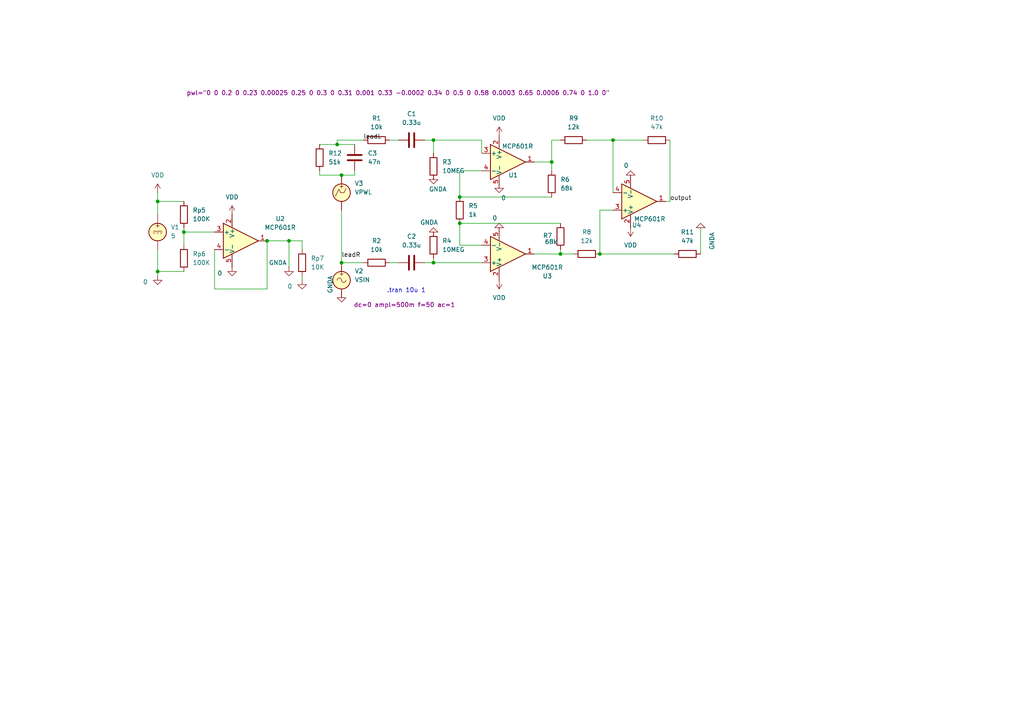
<source format=kicad_sch>
(kicad_sch (version 20250114) (generator "eeschema") (generator_version "9.0")
  (paper "A4")
  (lib_symbols
    (symbol "Amplifier_Operational:MCP601R" (pin_names (offset 0.127))
      (property "Reference" "U" (at 0 5.08 0))
      (property "Value" "MCP601R" (at 0 -5.08 0))
      (symbol "MCP601R_0_1"
        (polyline (pts (xy -5.08 5.08) (xy 5.08 0) (xy -5.08 -5.08) (xy -5.08 5.08)) (stroke (width 0.254)) (fill (type background)))
      )
      (symbol "MCP601R_1_1"
        (pin input line (at -7.62 2.54 0) (length 2.54) (name "+") (number "3"))
        (pin input line (at -7.62 -2.54 0) (length 2.54) (name "-") (number "4"))
        (pin power_in line (at -2.54 7.62 270) (length 3.81) (name "V+") (number "2"))
        (pin power_in line (at -2.54 -7.62 90) (length 3.81) (name "V-") (number "5"))
        (pin output line (at 7.62 0 180) (length 2.54) (name "~") (number "1"))
      )
    )
    (symbol "Device:C" (pin_numbers (hide yes)) (pin_names (offset 0.254))
      (property "Reference" "C" (at 0.635 2.54 0))
      (property "Value" "C" (at 0.635 -2.54 0))
      (symbol "C_0_1"
        (polyline (pts (xy -2.032 0.762) (xy 2.032 0.762)) (stroke (width 0.508)))
        (polyline (pts (xy -2.032 -0.762) (xy 2.032 -0.762)) (stroke (width 0.508)))
      )
      (symbol "C_1_1"
        (pin passive line (at 0 3.81 270) (length 2.794) (name "~") (number "1"))
        (pin passive line (at 0 -3.81 90) (length 2.794) (name "~") (number "2"))
      )
    )
    (symbol "Device:R" (pin_numbers (hide yes)) (pin_names (offset 0))
      (property "Reference" "R" (at 2.032 0 90))
      (property "Value" "R" (at 0 0 90))
      (symbol "R_0_1"
        (rectangle (start -1.016 -2.54) (end 1.016 2.54) (stroke (width 0.254)))
      )
      (symbol "R_1_1"
        (pin passive line (at 0 3.81 270) (length 1.27) (name "~") (number "1"))
        (pin passive line (at 0 -3.81 90) (length 1.27) (name "~") (number "2"))
      )
    )
    (symbol "Simulation_SPICE:0" (power) (pin_numbers (hide yes)) (pin_names (offset 0) (hide yes))
      (property "Value" "0" (at 0 -2.54 0))
      (symbol "0_0_1"
        (polyline (pts (xy -1.27 0) (xy 0 -1.27) (xy 1.27 0) (xy -1.27 0)))
      )
      (symbol "0_1_1"
        (pin power_in line (at 0 0 0) (length 0) (name "~") (number "1"))
      )
    )
    (symbol "Simulation_SPICE:VDC" (pin_numbers (hide yes)) (pin_names (offset 0.0254))
      (property "Reference" "V" (at 2.54 2.54 0))
      (property "Value" "1" (at 2.54 0 0))
      (symbol "VDC_0_0"
        (polyline (pts (xy -1.27 0.254) (xy 1.27 0.254)))
        (polyline (pts (xy -0.762 -0.254) (xy -1.27 -0.254)))
        (polyline (pts (xy 0.254 -0.254) (xy -0.254 -0.254)))
        (polyline (pts (xy 1.27 -0.254) (xy 0.762 -0.254)))
        (text "+" (at 0 1.905 0) (effects (font (size 1.27 1.27))))
      )
      (symbol "VDC_0_1"
        (circle (center 0 0) (radius 2.54) (stroke (width 0.254)) (fill (type background)))
      )
      (symbol "VDC_1_1"
        (pin passive line (at 0 5.08 270) (length 2.54) (name "~") (number "1"))
        (pin passive line (at 0 -5.08 90) (length 2.54) (name "~") (number "2"))
      )
    )
    (symbol "Simulation_SPICE:VPWL" (pin_numbers (hide yes)) (pin_names (offset 0.0254))
      (property "Reference" "V" (at 2.54 2.54 0))
      (property "Value" "VPWL" (at 2.54 0 0))
      (property "Sim.Params" "pwl=\"0 -1 50n -1 51n 0 97n 1 171n -1 200n -1\"" (at 2.54 -2.54 0))
      (symbol "VPWL_0_0"
        (polyline (pts (xy -1.778 -1.016) (xy -0.762 1.016) (xy -0.254 0) (xy 0.762 0) (xy 1.27 1.27)))
        (text "+" (at 0 1.905 0) (effects (font (size 1.27 1.27))))
      )
      (symbol "VPWL_0_1"
        (circle (center 0 0) (radius 2.54) (stroke (width 0.254)) (fill (type background)))
      )
      (symbol "VPWL_1_1"
        (pin passive line (at 0 5.08 270) (length 2.54) (name "~") (number "1"))
        (pin passive line (at 0 -5.08 90) (length 2.54) (name "~") (number "2"))
      )
    )
    (symbol "Simulation_SPICE:VSIN" (pin_numbers (hide yes)) (pin_names (offset 0.0254))
      (property "Reference" "V" (at 2.54 2.54 0))
      (property "Value" "VSIN" (at 2.54 0 0))
      (property "Sim.Params" "dc=0 ampl=1 f=1k ac=1" (at 2.54 -2.54 0))
      (symbol "VSIN_0_0"
        (arc (start -1.27 0) (mid -0.635 0.6323) (end 0 0))
        (arc (start 1.27 0) (mid 0.635 -0.6323) (end 0 0))
        (text "+" (at 0 1.905 0) (effects (font (size 1.27 1.27))))
      )
      (symbol "VSIN_0_1"
        (circle (center 0 0) (radius 2.54) (stroke (width 0.254)) (fill (type background)))
      )
      (symbol "VSIN_1_1"
        (pin passive line (at 0 5.08 270) (length 2.54) (name "~") (number "1"))
        (pin passive line (at 0 -5.08 90) (length 2.54) (name "~") (number "2"))
      )
    )
    (symbol "power:GND" (power) (pin_numbers (hide yes)) (pin_names (offset 0) (hide yes))
      (property "Value" "GND" (at 0 -3.81 0))
      (symbol "GND_0_1"
        (polyline (pts (xy 0 0) (xy 0 -1.27) (xy 1.27 -1.27) (xy 0 -2.54) (xy -1.27 -1.27) (xy 0 -1.27)))
      )
      (symbol "GND_1_1"
        (pin power_in line (at 0 0 270) (length 0) (name "~") (number "1"))
      )
    )
    (symbol "power:VDD" (power) (pin_numbers (hide yes)) (pin_names (offset 0) (hide yes))
      (property "Value" "VDD" (at 0 3.556 0))
      (symbol "VDD_0_1"
        (polyline (pts (xy -0.762 1.27) (xy 0 2.54)))
        (polyline (pts (xy 0 2.54) (xy 0.762 1.27)))
        (polyline (pts (xy 0 0) (xy 0 2.54)))
      )
      (symbol "VDD_1_1"
        (pin power_in line (at 0 0 90) (length 0) (name "~") (number "1"))
      )
    )
  )
  (text ".tran 10u 1\n" (at 117.856 84.328 0) (effects (font (size 1.27 1.27))))
  (junction (at 177.8 40.64))
  (junction (at 97.79 41.91))
  (junction (at 133.35 57.15))
  (junction (at 53.34 67.31))
  (junction (at 173.99 73.66))
  (junction (at 160.02 46.99))
  (junction (at 99.06 50.8))
  (junction (at 125.73 76.2))
  (junction (at 45.72 58.42))
  (junction (at 77.47 69.85))
  (junction (at 45.72 78.74))
  (junction (at 83.82 69.85))
  (junction (at 99.06 76.2))
  (junction (at 133.35 64.77))
  (junction (at 162.56 73.66))
  (junction (at 125.73 40.64))
  (wire (pts (xy 92.71 41.91) (xy 97.79 41.91)))
  (wire (pts (xy 154.94 46.99) (xy 160.02 46.99)))
  (wire (pts (xy 53.34 67.31) (xy 62.23 67.31)))
  (wire (pts (xy 125.73 40.64) (xy 125.73 44.45)))
  (wire (pts (xy 173.99 73.66) (xy 173.99 60.96)))
  (wire (pts (xy 139.7 40.64) (xy 139.7 44.45)))
  (wire (pts (xy 45.72 78.74) (xy 45.72 72.39)))
  (wire (pts (xy 99.06 76.2) (xy 105.41 76.2)))
  (wire (pts (xy 173.99 60.96) (xy 177.8 60.96)))
  (wire (pts (xy 133.35 71.12) (xy 133.35 64.77)))
  (wire (pts (xy 45.72 80.01) (xy 45.72 78.74)))
  (wire (pts (xy 45.72 58.42) (xy 45.72 62.23)))
  (wire (pts (xy 133.35 49.53) (xy 133.35 57.15)))
  (wire (pts (xy 177.8 40.64) (xy 177.8 55.88)))
  (wire (pts (xy 160.02 40.64) (xy 160.02 46.99)))
  (wire (pts (xy 193.04 58.42) (xy 194.31 58.42)))
  (wire (pts (xy 170.18 40.64) (xy 177.8 40.64)))
  (wire (pts (xy 195.58 73.66) (xy 173.99 73.66)))
  (wire (pts (xy 87.63 80.01) (xy 87.63 81.28)))
  (wire (pts (xy 53.34 66.04) (xy 53.34 67.31)))
  (wire (pts (xy 113.03 76.2) (xy 115.57 76.2)))
  (wire (pts (xy 139.7 49.53) (xy 133.35 49.53)))
  (wire (pts (xy 113.03 40.64) (xy 115.57 40.64)))
  (wire (pts (xy 133.35 57.15) (xy 160.02 57.15)))
  (wire (pts (xy 203.2 66.04) (xy 203.2 73.66)))
  (wire (pts (xy 53.34 67.31) (xy 53.34 71.12)))
  (wire (pts (xy 62.23 72.39) (xy 62.23 83.82)))
  (wire (pts (xy 45.72 58.42) (xy 45.72 55.88)))
  (wire (pts (xy 77.47 69.85) (xy 83.82 69.85)))
  (wire (pts (xy 53.34 58.42) (xy 45.72 58.42)))
  (wire (pts (xy 123.19 76.2) (xy 125.73 76.2)))
  (wire (pts (xy 194.31 40.64) (xy 194.31 58.42)))
  (wire (pts (xy 125.73 40.64) (xy 139.7 40.64)))
  (wire (pts (xy 139.7 71.12) (xy 133.35 71.12)))
  (wire (pts (xy 99.06 50.8) (xy 92.71 50.8)))
  (wire (pts (xy 87.63 69.85) (xy 87.63 72.39)))
  (wire (pts (xy 123.19 40.64) (xy 125.73 40.64)))
  (wire (pts (xy 133.35 64.77) (xy 162.56 64.77)))
  (wire (pts (xy 125.73 76.2) (xy 139.7 76.2)))
  (wire (pts (xy 99.06 60.96) (xy 99.06 76.2)))
  (wire (pts (xy 102.87 50.8) (xy 99.06 50.8)))
  (wire (pts (xy 62.23 83.82) (xy 77.47 83.82)))
  (wire (pts (xy 125.73 74.93) (xy 125.73 76.2)))
  (wire (pts (xy 186.69 40.64) (xy 177.8 40.64)))
  (wire (pts (xy 92.71 50.8) (xy 92.71 49.53)))
  (wire (pts (xy 53.34 78.74) (xy 45.72 78.74)))
  (wire (pts (xy 83.82 69.85) (xy 83.82 77.47)))
  (wire (pts (xy 83.82 69.85) (xy 87.63 69.85)))
  (wire (pts (xy 77.47 69.85) (xy 77.47 83.82)))
  (wire (pts (xy 102.87 50.8) (xy 102.87 49.53)))
  (wire (pts (xy 162.56 72.39) (xy 162.56 73.66)))
  (wire (pts (xy 162.56 73.66) (xy 166.37 73.66)))
  (wire (pts (xy 97.79 41.91) (xy 102.87 41.91)))
  (wire (pts (xy 97.79 40.64) (xy 105.41 40.64)))
  (wire (pts (xy 154.94 73.66) (xy 162.56 73.66)))
  (wire (pts (xy 162.56 40.64) (xy 160.02 40.64)))
  (wire (pts (xy 97.79 41.91) (xy 97.79 40.64)))
  (wire (pts (xy 160.02 46.99) (xy 160.02 49.53)))
  (label "leadL" (at 105.41 40.64 0))
  (label "leadR" (at 99.06 74.93 0))
  (label "output" (at 194.31 58.42 0))
  (symbol (lib_id "Amplifier_Operational:MCP601R") (at 185.42 58.42 0) (mirror x) (unit 1)
    (property "Reference" "U4" (at 184.658 65.278 0))
    (property "Value" "MCP601R" (at 188.468 63.5 0))
    (property "Footprint" "Package_TO_SOT_SMD:SOT-23-5" (effects (hide yes)))
    (property "Datasheet" "https://ww1.microchip.com/downloads/en/DeviceDoc/21314g.pdf" (effects (hide yes)))
    (property "Description" "Single 2.7V to 6.0V Single Supply CMOS Op Amps, SOT-23-5" (effects (hide yes)))
    (property "Sim.Library" "/home/pepika/work/faks/medicinska_elektronika/vezba1/MCP601_opamp.txt" (effects (hide yes)))
    (property "Sim.Name" "MCP601" (effects (hide yes)))
    (property "Sim.Device" "SUBCKT" (effects (hide yes)))
    (property "Sim.Pins" "1=5 2=3 3=1 4=2 5=4" (effects (hide yes)))
  )
  (symbol (lib_id "power:GND") (at 87.63 81.28 0) (unit 1)
    (property "Reference" "#PWR07" (effects (hide yes)))
    (property "Value" "0" (at 84.074 83.058 0))
    (property "Description" "Power symbol creates a global label with name \"GND\" , ground" (effects (hide yes)))
  )
  (symbol (lib_id "Device:C") (at 119.38 76.2 90) (unit 1)
    (property "Reference" "C2" (at 119.38 68.58 90))
    (property "Value" "0.33u" (at 119.38 71.12 90))
    (property "Description" "Unpolarized capacitor" (effects (hide yes)))
  )
  (symbol (lib_id "Device:C") (at 119.38 40.64 90) (unit 1)
    (property "Reference" "C1" (at 119.38 33.02 90))
    (property "Value" "0.33u" (at 119.38 35.56 90))
    (property "Description" "Unpolarized capacitor" (effects (hide yes)))
  )
  (symbol (lib_id "power:GND") (at 83.82 77.47 0) (unit 1)
    (property "Reference" "#PWR08" (effects (hide yes)))
    (property "Value" "GNDA" (at 77.978 76.2 0) (effects (justify left)))
    (property "Description" "Power symbol creates a global label with name \"GND\" , ground" (effects (hide yes)))
  )
  (symbol (lib_id "Device:C") (at 102.87 45.72 180) (unit 1)
    (property "Reference" "C3" (at 106.68 44.4499 0) (effects (justify right)))
    (property "Value" "47n" (at 106.68 46.9899 0) (effects (justify right)))
    (property "Description" "Unpolarized capacitor" (effects (hide yes)))
  )
  (symbol (lib_id "power:GND") (at 67.31 77.47 0) (unit 1)
    (property "Reference" "#PWR06" (effects (hide yes)))
    (property "Value" "0" (at 63.754 79.248 0))
    (property "Description" "Power symbol creates a global label with name \"GND\" , ground" (effects (hide yes)))
  )
  (symbol (lib_id "Simulation_SPICE:0") (at 125.73 67.31 180) (unit 1)
    (property "Reference" "#GND06" (effects (hide yes)))
    (property "Value" "GNDA" (at 124.46 64.516 0))
    (property "Datasheet" "https://ngspice.sourceforge.io/docs/ngspice-html-manual/manual.xhtml#subsec_Circuit_elements__device" (effects (hide yes)))
    (property "Description" "0V reference potential for simulation" (effects (hide yes)))
  )
  (symbol (lib_id "Device:R") (at 190.5 40.64 270) (unit 1)
    (property "Reference" "R10" (at 190.5 34.29 90))
    (property "Value" "47k" (at 190.5 36.83 90))
    (property "Description" "Resistor" (effects (hide yes)))
  )
  (symbol (lib_id "Simulation_SPICE:0") (at 203.2 66.04 180) (unit 1)
    (property "Reference" "#GND04" (effects (hide yes)))
    (property "Value" "GNDA" (at 206.502 67.31 90) (effects (justify left)))
    (property "Datasheet" "https://ngspice.sourceforge.io/docs/ngspice-html-manual/manual.xhtml#subsec_Circuit_elements__device" (effects (hide yes)))
    (property "Description" "0V reference potential for simulation" (effects (hide yes)))
  )
  (symbol (lib_id "Simulation_SPICE:0") (at 99.06 86.36 0) (unit 1)
    (property "Reference" "#GND07" (effects (hide yes)))
    (property "Value" "GNDA" (at 95.758 85.09 90) (effects (justify left)))
    (property "Datasheet" "https://ngspice.sourceforge.io/docs/ngspice-html-manual/manual.xhtml#subsec_Circuit_elements__device" (effects (hide yes)))
    (property "Description" "0V reference potential for simulation" (effects (hide yes)))
  )
  (symbol (lib_id "Device:R") (at 125.73 71.12 0) (unit 1)
    (property "Reference" "R4" (at 128.27 69.8499 0) (effects (justify left)))
    (property "Value" "10MEG" (at 128.27 72.3899 0) (effects (justify left)))
    (property "Description" "Resistor" (effects (hide yes)))
  )
  (symbol (lib_id "Device:R") (at 53.34 62.23 0) (unit 1)
    (property "Reference" "Rp5" (at 55.88 60.9599 0) (effects (justify left)))
    (property "Value" "100K" (at 55.88 63.4999 0) (effects (justify left)))
    (property "Description" "Resistor" (effects (hide yes)))
  )
  (symbol (lib_id "Device:R") (at 109.22 76.2 90) (unit 1)
    (property "Reference" "R2" (at 109.22 69.85 90))
    (property "Value" "10k" (at 109.22 72.39 90))
    (property "Description" "Resistor" (effects (hide yes)))
  )
  (symbol (lib_id "Device:R") (at 199.39 73.66 270) (unit 1)
    (property "Reference" "R11" (at 199.39 67.31 90))
    (property "Value" "47k" (at 199.39 69.85 90))
    (property "Description" "Resistor" (effects (hide yes)))
  )
  (symbol (lib_id "Simulation_SPICE:VPWL") (at 99.06 55.88 0) (unit 1)
    (property "Reference" "V3" (at 102.87 53.2101 0) (effects (justify left)))
    (property "Value" "VPWL" (at 102.87 55.7501 0) (effects (justify left)))
    (property "Datasheet" "https://ngspice.sourceforge.io/docs/ngspice-html-manual/manual.xhtml#sec_Independent_Sources_for" (effects (hide yes)))
    (property "Description" "Voltage source, piece-wise linear" (effects (hide yes)))
    (property "Sim.Pins" "1=+ 2=-" (effects (hide yes)))
    (property "Sim.Device" "V" (effects (hide yes)))
    (property "Sim.Params" "pwl=\"0 0 0.2 0 0.23 0.00025 0.25 0 0.3 0 0.31 0.001 0.33 -0.0002 0.34 0 0.5 0 0.58 0.0003 0.65 0.0006 0.74 0 1.0 0\"" (at 54.102 26.924 0) (effects (justify left)))
    (property "Sim.Type" "PWL" (effects (hide yes)))
  )
  (symbol (lib_id "Device:R") (at 87.63 76.2 0) (unit 1)
    (property "Reference" "Rp7" (at 90.17 74.9299 0) (effects (justify left)))
    (property "Value" "10K" (at 90.17 77.4699 0) (effects (justify left)))
    (property "Description" "Resistor" (effects (hide yes)))
  )
  (symbol (lib_id "Device:R") (at 53.34 74.93 0) (unit 1)
    (property "Reference" "Rp6" (at 55.88 73.6599 0) (effects (justify left)))
    (property "Value" "100K" (at 55.88 76.1999 0) (effects (justify left)))
    (property "Description" "Resistor" (effects (hide yes)))
  )
  (symbol (lib_id "Device:R") (at 109.22 40.64 90) (unit 1)
    (property "Reference" "R1" (at 109.22 34.29 90))
    (property "Value" "10k" (at 109.22 36.83 90))
    (property "Description" "Resistor" (effects (hide yes)))
  )
  (symbol (lib_id "power:GND") (at 45.72 80.01 0) (unit 1)
    (property "Reference" "#PWR01" (effects (hide yes)))
    (property "Value" "0" (at 42.164 81.788 0))
    (property "Description" "Power symbol creates a global label with name \"GND\" , ground" (effects (hide yes)))
  )
  (symbol (lib_id "Simulation_SPICE:0") (at 144.78 54.61 0) (unit 1)
    (property "Reference" "#GND02" (effects (hide yes)))
    (property "Value" "0" (at 146.05 57.404 0))
    (property "Datasheet" "https://ngspice.sourceforge.io/docs/ngspice-html-manual/manual.xhtml#subsec_Circuit_elements__device" (effects (hide yes)))
    (property "Description" "0V reference potential for simulation" (effects (hide yes)))
  )
  (symbol (lib_id "power:VDD") (at 144.78 39.37 0) (unit 1)
    (property "Reference" "#PWR02" (effects (hide yes)))
    (property "Value" "VDD" (at 144.78 34.29 0))
    (property "Description" "Power symbol creates a global label with name \"VDD\"" (effects (hide yes)))
  )
  (symbol (lib_id "Device:R") (at 160.02 53.34 0) (unit 1)
    (property "Reference" "R6" (at 162.56 52.0699 0) (effects (justify left)))
    (property "Value" "68k" (at 162.56 54.6099 0) (effects (justify left)))
    (property "Description" "Resistor" (effects (hide yes)))
  )
  (symbol (lib_id "Simulation_SPICE:0") (at 125.73 52.07 0) (unit 1)
    (property "Reference" "#GND05" (effects (hide yes)))
    (property "Value" "GNDA" (at 127 54.864 0))
    (property "Datasheet" "https://ngspice.sourceforge.io/docs/ngspice-html-manual/manual.xhtml#subsec_Circuit_elements__device" (effects (hide yes)))
    (property "Description" "0V reference potential for simulation" (effects (hide yes)))
  )
  (symbol (lib_id "power:VDD") (at 144.78 81.28 180) (unit 1)
    (property "Reference" "#PWR03" (effects (hide yes)))
    (property "Value" "VDD" (at 144.78 86.36 0))
    (property "Description" "Power symbol creates a global label with name \"VDD\"" (effects (hide yes)))
  )
  (symbol (lib_id "Simulation_SPICE:VSIN") (at 99.06 81.28 0) (unit 1)
    (property "Reference" "V2" (at 102.87 78.6101 0) (effects (justify left)))
    (property "Value" "VSIN" (at 102.87 81.1501 0) (effects (justify left)))
    (property "Datasheet" "https://ngspice.sourceforge.io/docs/ngspice-html-manual/manual.xhtml#sec_Independent_Sources_for" (effects (hide yes)))
    (property "Description" "Voltage source, sinusoidal" (effects (hide yes)))
    (property "Sim.Pins" "1=+ 2=-" (effects (hide yes)))
    (property "Sim.Params" "dc=0 ampl=500m f=50 ac=1" (at 102.616 88.392 0) (effects (justify left)))
    (property "Sim.Type" "SIN" (effects (hide yes)))
    (property "Sim.Device" "V" (effects (hide yes)))
  )
  (symbol (lib_id "Device:R") (at 133.35 60.96 180) (unit 1)
    (property "Reference" "R5" (at 135.89 59.6899 0) (effects (justify right)))
    (property "Value" "1k" (at 135.89 62.2299 0) (effects (justify right)))
    (property "Description" "Resistor" (effects (hide yes)))
  )
  (symbol (lib_id "Amplifier_Operational:MCP601R") (at 147.32 73.66 0) (mirror x) (unit 1)
    (property "Reference" "U3" (at 158.75 80.0802 0))
    (property "Value" "MCP601R" (at 158.75 77.5402 0))
    (property "Footprint" "Package_TO_SOT_SMD:SOT-23-5" (effects (hide yes)))
    (property "Datasheet" "https://ww1.microchip.com/downloads/en/DeviceDoc/21314g.pdf" (effects (hide yes)))
    (property "Description" "Single 2.7V to 6.0V Single Supply CMOS Op Amps, SOT-23-5" (effects (hide yes)))
    (property "Sim.Library" "/home/pepika/work/faks/medicinska_elektronika/vezba1/MCP601_opamp.txt" (effects (hide yes)))
    (property "Sim.Name" "MCP601" (effects (hide yes)))
    (property "Sim.Device" "SUBCKT" (effects (hide yes)))
    (property "Sim.Pins" "1=5 2=3 3=1 4=2 5=4" (effects (hide yes)))
  )
  (symbol (lib_id "Simulation_SPICE:0") (at 182.88 50.8 180) (unit 1)
    (property "Reference" "#GND03" (effects (hide yes)))
    (property "Value" "0" (at 181.61 48.006 0))
    (property "Datasheet" "https://ngspice.sourceforge.io/docs/ngspice-html-manual/manual.xhtml#subsec_Circuit_elements__device" (effects (hide yes)))
    (property "Description" "0V reference potential for simulation" (effects (hide yes)))
  )
  (symbol (lib_id "power:VDD") (at 67.31 62.23 0) (unit 1)
    (property "Reference" "#PWR010" (effects (hide yes)))
    (property "Value" "VDD" (at 67.31 57.15 0))
    (property "Description" "Power symbol creates a global label with name \"VDD\"" (effects (hide yes)))
  )
  (symbol (lib_id "power:VDD") (at 182.88 66.04 180) (unit 1)
    (property "Reference" "#PWR04" (effects (hide yes)))
    (property "Value" "VDD" (at 182.88 71.12 0))
    (property "Description" "Power symbol creates a global label with name \"VDD\"" (effects (hide yes)))
  )
  (symbol (lib_id "power:VDD") (at 45.72 55.88 0) (unit 1)
    (property "Reference" "#PWR09" (effects (hide yes)))
    (property "Value" "VDD" (at 45.72 50.8 0))
    (property "Description" "Power symbol creates a global label with name \"VDD\"" (effects (hide yes)))
  )
  (symbol (lib_id "Device:R") (at 92.71 45.72 180) (unit 1)
    (property "Reference" "R12" (at 95.25 44.4499 0) (effects (justify right)))
    (property "Value" "51k" (at 95.25 46.9899 0) (effects (justify right)))
    (property "Description" "Resistor" (effects (hide yes)))
  )
  (symbol (lib_id "Device:R") (at 125.73 48.26 0) (unit 1)
    (property "Reference" "R3" (at 128.27 46.9899 0) (effects (justify left)))
    (property "Value" "10MEG" (at 128.27 49.5299 0) (effects (justify left)))
    (property "Description" "Resistor" (effects (hide yes)))
  )
  (symbol (lib_id "Simulation_SPICE:0") (at 144.78 66.04 180) (unit 1)
    (property "Reference" "#GND01" (effects (hide yes)))
    (property "Value" "0" (at 143.51 63.246 0))
    (property "Datasheet" "https://ngspice.sourceforge.io/docs/ngspice-html-manual/manual.xhtml#subsec_Circuit_elements__device" (effects (hide yes)))
    (property "Description" "0V reference potential for simulation" (effects (hide yes)))
  )
  (symbol (lib_id "Amplifier_Operational:MCP601R") (at 69.85 69.85 0) (unit 1)
    (property "Reference" "U2" (at 81.28 63.4298 0))
    (property "Value" "MCP601R" (at 81.28 65.9698 0))
    (property "Footprint" "Package_TO_SOT_SMD:SOT-23-5" (effects (hide yes)))
    (property "Datasheet" "https://ww1.microchip.com/downloads/en/DeviceDoc/21314g.pdf" (effects (hide yes)))
    (property "Description" "Single 2.7V to 6.0V Single Supply CMOS Op Amps, SOT-23-5" (effects (hide yes)))
    (property "Sim.Library" "/home/pepika/work/faks/medicinska_elektronika/vezba1/MCP601_opamp.txt" (effects (hide yes)))
    (property "Sim.Name" "MCP601" (effects (hide yes)))
    (property "Sim.Device" "SUBCKT" (effects (hide yes)))
    (property "Sim.Pins" "1=5 2=3 3=1 4=2 5=4" (effects (hide yes)))
  )
  (symbol (lib_id "Simulation_SPICE:VDC") (at 45.72 67.31 0) (unit 1)
    (property "Reference" "V1" (at 49.53 65.9101 0) (effects (justify left)))
    (property "Value" "5" (at 49.53 68.4501 0) (effects (justify left)))
    (property "Datasheet" "https://ngspice.sourceforge.io/docs/ngspice-html-manual/manual.xhtml#sec_Independent_Sources_for" (effects (hide yes)))
    (property "Description" "Voltage source, DC" (effects (hide yes)))
    (property "Sim.Pins" "1=+ 2=-" (effects (hide yes)))
    (property "Sim.Type" "DC" (effects (hide yes)))
    (property "Sim.Device" "V" (effects (hide yes)))
  )
  (symbol (lib_id "Device:R") (at 162.56 68.58 0) (unit 1)
    (property "Reference" "R7" (at 157.48 68.326 0) (effects (justify left)))
    (property "Value" "68k" (at 157.988 70.104 0) (effects (justify left)))
    (property "Description" "Resistor" (effects (hide yes)))
  )
  (symbol (lib_id "Device:R") (at 170.18 73.66 270) (unit 1)
    (property "Reference" "R8" (at 170.18 67.31 90))
    (property "Value" "12k" (at 170.18 69.85 90))
    (property "Description" "Resistor" (effects (hide yes)))
  )
  (symbol (lib_id "Device:R") (at 166.37 40.64 270) (unit 1)
    (property "Reference" "R9" (at 166.37 34.29 90))
    (property "Value" "12k" (at 166.37 36.83 90))
    (property "Description" "Resistor" (effects (hide yes)))
  )
  (symbol (lib_id "Amplifier_Operational:MCP601R") (at 147.32 46.99 0) (unit 1)
    (property "Reference" "U1" (at 148.844 50.8 0))
    (property "Value" "MCP601R" (at 150.114 42.418 0))
    (property "Footprint" "Package_TO_SOT_SMD:SOT-23-5" (effects (hide yes)))
    (property "Datasheet" "https://ww1.microchip.com/downloads/en/DeviceDoc/21314g.pdf" (effects (hide yes)))
    (property "Description" "Single 2.7V to 6.0V Single Supply CMOS Op Amps, SOT-23-5" (effects (hide yes)))
    (property "Sim.Library" "/home/pepika/work/faks/medicinska_elektronika/vezba1/MCP601_opamp.txt" (effects (hide yes)))
    (property "Sim.Name" "MCP601" (effects (hide yes)))
    (property "Sim.Device" "SUBCKT" (effects (hide yes)))
    (property "Sim.Pins" "1=5 2=3 3=1 4=2 5=4" (effects (hide yes)))
  )
)
</source>
